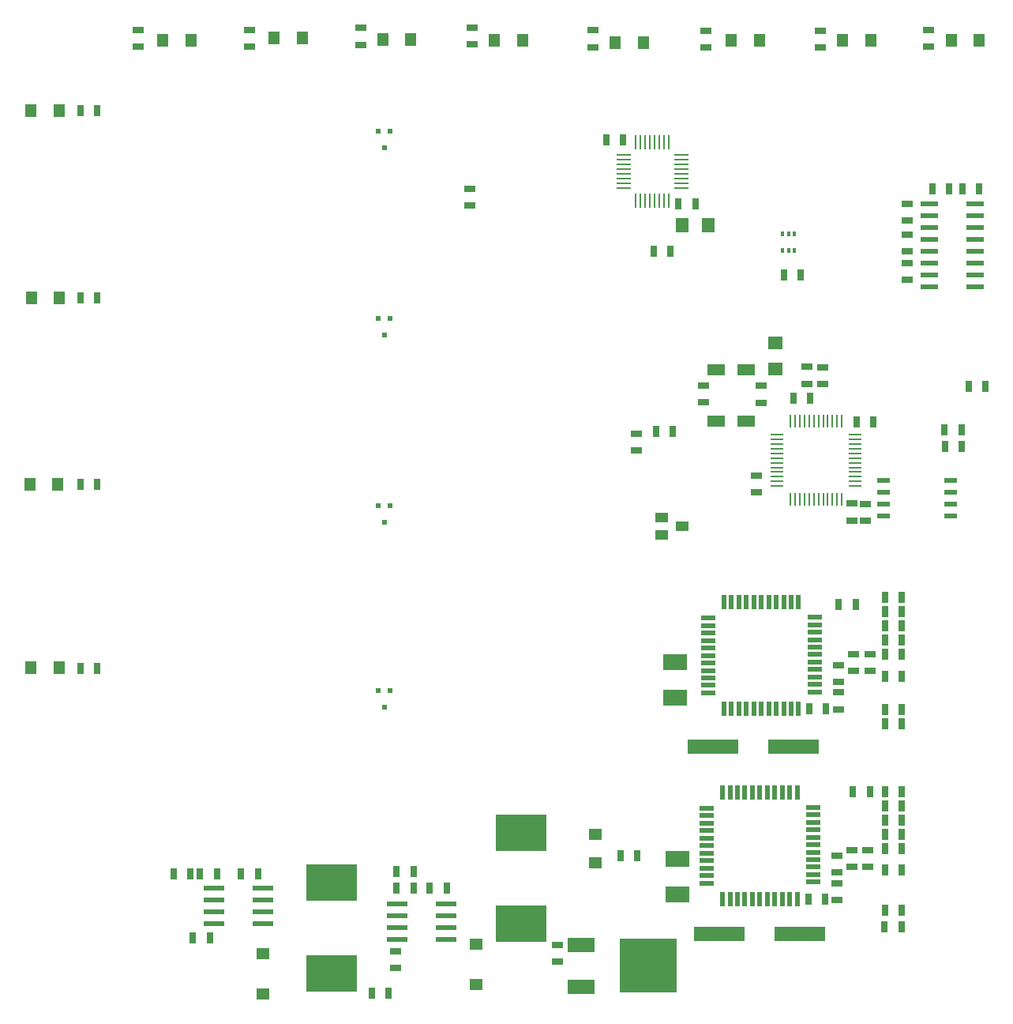
<source format=gtp>
G75*
G70*
%OFA0B0*%
%FSLAX24Y24*%
%IPPOS*%
%LPD*%
%AMOC8*
5,1,8,0,0,1.08239X$1,22.5*
%
%ADD10R,0.0870X0.0240*%
%ADD11R,0.0472X0.0315*%
%ADD12R,0.0315X0.0472*%
%ADD13R,0.0579X0.0500*%
%ADD14R,0.2126X0.1575*%
%ADD15R,0.2441X0.2283*%
%ADD16R,0.1181X0.0630*%
%ADD17R,0.0580X0.0110*%
%ADD18R,0.0110X0.0580*%
%ADD19R,0.0748X0.0512*%
%ADD20R,0.0591X0.0217*%
%ADD21R,0.0217X0.0591*%
%ADD22R,0.2165X0.0591*%
%ADD23R,0.0780X0.0200*%
%ADD24R,0.0580X0.0210*%
%ADD25R,0.0984X0.0669*%
%ADD26R,0.0551X0.0394*%
%ADD27R,0.0620X0.0110*%
%ADD28R,0.0110X0.0620*%
%ADD29R,0.0472X0.0551*%
%ADD30R,0.0236X0.0236*%
%ADD31R,0.0120X0.0240*%
%ADD32R,0.0551X0.0472*%
%ADD33R,0.0551X0.0630*%
%ADD34R,0.0630X0.0551*%
D10*
X009111Y005875D03*
X009111Y006375D03*
X009111Y006875D03*
X009111Y007375D03*
X011171Y007375D03*
X011171Y006875D03*
X011171Y006375D03*
X011171Y005875D03*
X016836Y005725D03*
X016836Y005225D03*
X016836Y006225D03*
X016836Y006725D03*
X018896Y006725D03*
X018896Y006225D03*
X018896Y005725D03*
X018896Y005225D03*
D11*
X016766Y004729D03*
X016766Y004021D03*
X023610Y004291D03*
X023610Y004999D03*
X035405Y006879D03*
X035405Y007588D03*
X035405Y008040D03*
X035405Y008749D03*
X036045Y008989D03*
X036705Y008988D03*
X036705Y008279D03*
X036045Y008280D03*
X035455Y014929D03*
X035455Y015638D03*
X035455Y016090D03*
X036105Y016540D03*
X036805Y016539D03*
X036805Y017248D03*
X036105Y017249D03*
X035455Y016799D03*
X036021Y022891D03*
X036610Y022891D03*
X036610Y023599D03*
X036021Y023600D03*
X032010Y024091D03*
X032010Y024799D03*
X032210Y027865D03*
X032210Y028573D03*
X034135Y028660D03*
X034786Y028656D03*
X034786Y029365D03*
X034135Y029368D03*
X038373Y033035D03*
X038373Y033744D03*
X038373Y034235D03*
X038373Y034944D03*
X038373Y035535D03*
X038373Y036244D03*
X039278Y042870D03*
X039278Y043578D03*
X034688Y043554D03*
X034688Y042846D03*
X029878Y042850D03*
X029878Y043558D03*
X025088Y043568D03*
X025088Y042860D03*
X019994Y042973D03*
X019994Y043682D03*
X015290Y043672D03*
X015290Y042963D03*
X010590Y042876D03*
X010590Y043584D03*
X005890Y043578D03*
X005890Y042870D03*
X019910Y036899D03*
X019910Y036191D03*
X026916Y026556D03*
X026916Y025847D03*
X029779Y027877D03*
X029779Y028586D03*
D12*
X008212Y005275D03*
X008920Y005275D03*
X009220Y007975D03*
X008512Y007975D03*
X008105Y007981D03*
X007397Y007981D03*
X010241Y007976D03*
X010950Y007976D03*
X015756Y002945D03*
X016464Y002945D03*
X016812Y007375D03*
X016812Y008075D03*
X017520Y008075D03*
X017520Y007375D03*
X018212Y007375D03*
X018920Y007375D03*
X026256Y008745D03*
X026964Y008745D03*
X034191Y006916D03*
X034900Y006916D03*
X037421Y006464D03*
X037411Y005764D03*
X038120Y005764D03*
X038130Y006464D03*
X038130Y008164D03*
X037421Y008164D03*
X037421Y009064D03*
X037421Y009664D03*
X037419Y010264D03*
X037419Y010864D03*
X037419Y011464D03*
X036790Y011464D03*
X036081Y011464D03*
X038128Y011464D03*
X038128Y010864D03*
X038128Y010264D03*
X038130Y009664D03*
X038130Y009064D03*
X038140Y014314D03*
X038140Y014914D03*
X037431Y014914D03*
X037431Y014314D03*
X037421Y016314D03*
X038130Y016314D03*
X038130Y017264D03*
X038128Y017864D03*
X038128Y018464D03*
X038128Y019064D03*
X038128Y019664D03*
X037419Y019664D03*
X037419Y019064D03*
X037419Y018464D03*
X037419Y017864D03*
X037421Y017264D03*
X036190Y019364D03*
X035481Y019364D03*
X034928Y014964D03*
X034219Y014964D03*
X039949Y026007D03*
X040658Y026007D03*
X040655Y026710D03*
X039947Y026710D03*
X040956Y028545D03*
X041664Y028545D03*
X036948Y027050D03*
X036239Y027050D03*
X034264Y028045D03*
X033556Y028045D03*
X028464Y026645D03*
X027756Y026645D03*
X033156Y033245D03*
X033864Y033245D03*
X029420Y036260D03*
X028712Y036260D03*
X028364Y034245D03*
X027656Y034245D03*
X026364Y038945D03*
X025656Y038945D03*
X039419Y036889D03*
X040127Y036889D03*
X040700Y036882D03*
X041408Y036882D03*
X004177Y040181D03*
X003468Y040181D03*
X003469Y032287D03*
X004177Y032287D03*
X004174Y024402D03*
X003465Y024402D03*
X003466Y016665D03*
X004174Y016665D03*
D13*
X011166Y004621D03*
X011166Y002929D03*
X020166Y003329D03*
X020166Y005021D03*
D14*
X022080Y005872D03*
X022080Y009730D03*
X014080Y007630D03*
X014080Y003772D03*
D15*
X027417Y004101D03*
D16*
X024590Y003203D03*
X024590Y004999D03*
D17*
X032856Y024353D03*
X032856Y024543D03*
X032856Y024743D03*
X032856Y024943D03*
X032856Y025133D03*
X032856Y025333D03*
X032856Y025533D03*
X032856Y025733D03*
X032856Y025923D03*
X032856Y026123D03*
X032856Y026323D03*
X032856Y026513D03*
X036176Y026513D03*
X036176Y026323D03*
X036176Y026123D03*
X036176Y025923D03*
X036176Y025733D03*
X036176Y025533D03*
X036176Y025333D03*
X036176Y025133D03*
X036176Y024943D03*
X036176Y024743D03*
X036176Y024543D03*
X036176Y024353D03*
D18*
X035596Y023773D03*
X035406Y023773D03*
X035206Y023773D03*
X035006Y023773D03*
X034816Y023773D03*
X034616Y023773D03*
X034416Y023773D03*
X034216Y023773D03*
X034026Y023773D03*
X033826Y023773D03*
X033626Y023773D03*
X033436Y023773D03*
X033436Y027093D03*
X033626Y027093D03*
X033826Y027093D03*
X034026Y027093D03*
X034216Y027093D03*
X034416Y027093D03*
X034616Y027093D03*
X034816Y027093D03*
X035006Y027093D03*
X035206Y027093D03*
X035406Y027093D03*
X035596Y027093D03*
D19*
X031571Y027095D03*
X030311Y027095D03*
X030311Y029260D03*
X031571Y029260D03*
D20*
X029960Y018770D03*
X029960Y018455D03*
X029960Y018140D03*
X029960Y017825D03*
X029960Y017510D03*
X029960Y017195D03*
X029960Y016880D03*
X029960Y016565D03*
X029960Y016250D03*
X029960Y015935D03*
X029960Y015620D03*
X034449Y015659D03*
X034449Y015974D03*
X034449Y016289D03*
X034449Y016604D03*
X034449Y016919D03*
X034449Y017234D03*
X034449Y017549D03*
X034449Y017864D03*
X034449Y018179D03*
X034449Y018494D03*
X034449Y018809D03*
X034389Y010788D03*
X034389Y010473D03*
X034389Y010158D03*
X034389Y009843D03*
X034389Y009528D03*
X034389Y009213D03*
X034389Y008898D03*
X034389Y008583D03*
X034389Y008268D03*
X034389Y007954D03*
X034389Y007639D03*
X029901Y007599D03*
X029901Y007914D03*
X029901Y008229D03*
X029901Y008544D03*
X029901Y008859D03*
X029901Y009174D03*
X029901Y009489D03*
X029901Y009804D03*
X029901Y010119D03*
X029901Y010434D03*
X029901Y010749D03*
D21*
X030570Y011418D03*
X030885Y011418D03*
X031200Y011418D03*
X031515Y011418D03*
X031830Y011418D03*
X032145Y011418D03*
X032460Y011418D03*
X032775Y011418D03*
X033090Y011418D03*
X033405Y011418D03*
X033720Y011418D03*
X033779Y014951D03*
X033464Y014951D03*
X033149Y014951D03*
X032834Y014951D03*
X032519Y014951D03*
X032205Y014951D03*
X031890Y014951D03*
X031575Y014951D03*
X031260Y014951D03*
X030945Y014951D03*
X030630Y014951D03*
X030630Y019439D03*
X030945Y019439D03*
X031260Y019439D03*
X031575Y019439D03*
X031890Y019439D03*
X032205Y019439D03*
X032519Y019439D03*
X032834Y019439D03*
X033149Y019439D03*
X033464Y019439D03*
X033779Y019439D03*
X033720Y006930D03*
X033405Y006930D03*
X033090Y006930D03*
X032775Y006930D03*
X032460Y006930D03*
X032145Y006930D03*
X031830Y006930D03*
X031515Y006930D03*
X031200Y006930D03*
X030885Y006930D03*
X030570Y006930D03*
D22*
X030442Y005464D03*
X033828Y005464D03*
X033567Y013364D03*
X030181Y013364D03*
D23*
X039303Y032739D03*
X039303Y033239D03*
X039303Y033739D03*
X039303Y034239D03*
X039303Y034739D03*
X039303Y035239D03*
X039303Y035739D03*
X039303Y036239D03*
X041243Y036239D03*
X041243Y035739D03*
X041243Y035239D03*
X041243Y034739D03*
X041243Y034239D03*
X041243Y033739D03*
X041243Y033239D03*
X041243Y032739D03*
D24*
X040205Y024588D03*
X040205Y024088D03*
X040205Y023588D03*
X040205Y023088D03*
X037365Y023088D03*
X037365Y023588D03*
X037365Y024088D03*
X037365Y024588D03*
D25*
X028574Y016912D03*
X028574Y015416D03*
X028674Y008612D03*
X028674Y007116D03*
D26*
X027997Y022281D03*
X027997Y023029D03*
X028863Y022655D03*
D27*
X028823Y036925D03*
X028823Y037121D03*
X028823Y037318D03*
X028823Y037515D03*
X028823Y037712D03*
X028823Y037909D03*
X028823Y038106D03*
X028823Y038303D03*
X026382Y038303D03*
X026382Y038106D03*
X026382Y037909D03*
X026382Y037712D03*
X026382Y037515D03*
X026382Y037318D03*
X026382Y037121D03*
X026382Y036925D03*
D28*
X026914Y036393D03*
X027111Y036393D03*
X027308Y036393D03*
X027505Y036393D03*
X027701Y036393D03*
X027898Y036393D03*
X028095Y036393D03*
X028292Y036393D03*
X028292Y038834D03*
X028095Y038834D03*
X027898Y038834D03*
X027701Y038834D03*
X027505Y038834D03*
X027308Y038834D03*
X027111Y038834D03*
X026914Y038834D03*
D29*
X027227Y043066D03*
X026045Y043066D03*
X022127Y043166D03*
X020945Y043166D03*
X017414Y043173D03*
X016233Y043173D03*
X012820Y043260D03*
X011639Y043260D03*
X008120Y043166D03*
X006939Y043166D03*
X002556Y040178D03*
X001375Y040178D03*
X001397Y032288D03*
X002579Y032288D03*
X002501Y024407D03*
X001320Y024407D03*
X001371Y016668D03*
X002552Y016668D03*
X030935Y043160D03*
X032117Y043160D03*
X035645Y043160D03*
X036827Y043160D03*
X040232Y043153D03*
X041414Y043153D03*
D30*
X016546Y039332D03*
X016034Y039332D03*
X016290Y038604D03*
X016034Y031432D03*
X016546Y031432D03*
X016290Y030704D03*
X016034Y023532D03*
X016546Y023532D03*
X016290Y022804D03*
X016034Y015732D03*
X016546Y015732D03*
X016290Y015004D03*
D31*
X033098Y034291D03*
X033354Y034291D03*
X033610Y034291D03*
X033610Y034980D03*
X033354Y034980D03*
X033098Y034980D03*
D32*
X025210Y009636D03*
X025210Y008455D03*
D33*
X028859Y035345D03*
X029961Y035345D03*
D34*
X032810Y030396D03*
X032810Y029294D03*
M02*

</source>
